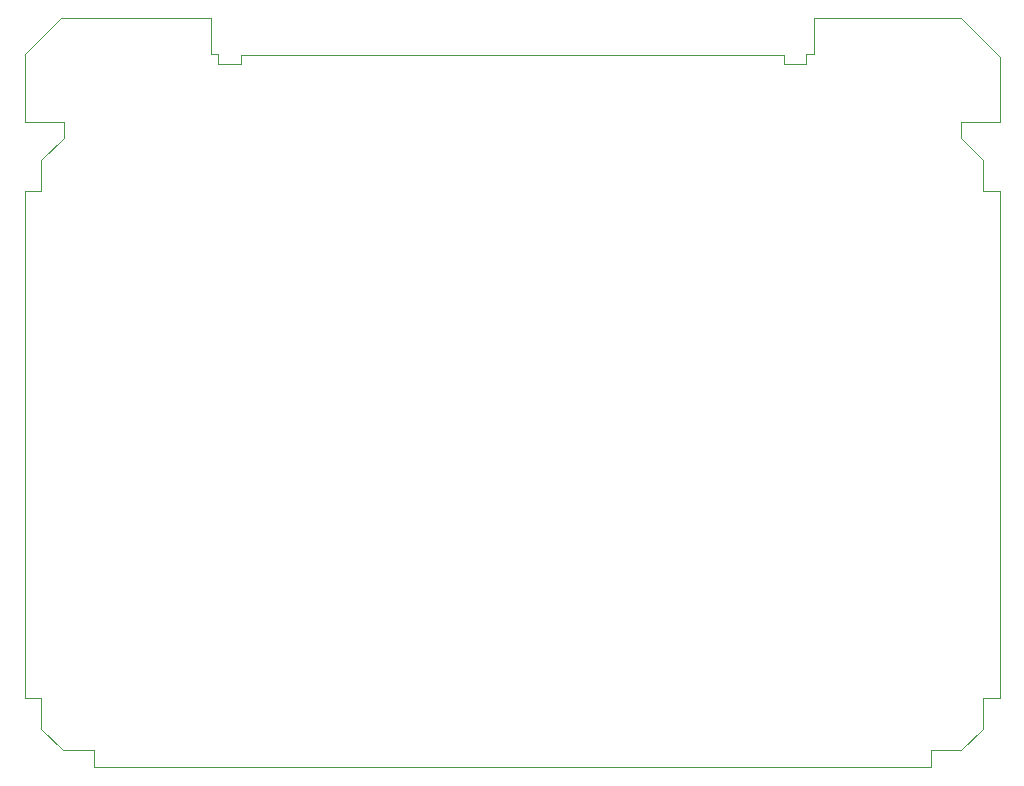
<source format=gm1>
%TF.GenerationSoftware,KiCad,Pcbnew,8.0.0*%
%TF.CreationDate,2024-02-27T09:21:41-08:00*%
%TF.ProjectId,BarnacleBoard,4261726e-6163-46c6-9542-6f6172642e6b,rev?*%
%TF.SameCoordinates,Original*%
%TF.FileFunction,Profile,NP*%
%FSLAX46Y46*%
G04 Gerber Fmt 4.6, Leading zero omitted, Abs format (unit mm)*
G04 Created by KiCad (PCBNEW 8.0.0) date 2024-02-27 09:21:41*
%MOMM*%
%LPD*%
G01*
G04 APERTURE LIST*
%TA.AperFunction,Profile*%
%ADD10C,0.050000*%
%TD*%
G04 APERTURE END LIST*
D10*
X63627000Y-181483000D02*
X63627000Y-184099200D01*
X68072000Y-185928000D02*
X68072000Y-187325000D01*
X129032000Y-127000000D02*
X129032000Y-123952000D01*
X62230000Y-138557000D02*
X62230000Y-181483000D01*
X141478000Y-134061200D02*
X141478000Y-132715000D01*
X78613000Y-127000000D02*
X77978000Y-127000000D01*
X65278000Y-123952000D02*
X62230000Y-127000000D01*
X65532000Y-134035800D02*
X63627000Y-135940800D01*
X129032000Y-123952000D02*
X141478000Y-123952000D01*
X77978000Y-123952000D02*
X65278000Y-123952000D01*
X144780000Y-127254000D02*
X144780000Y-132715000D01*
X63627000Y-184099200D02*
X65455800Y-185928000D01*
X68072000Y-187325000D02*
X138938000Y-187325000D01*
X63627000Y-138557000D02*
X62230000Y-138557000D01*
X144780000Y-138557000D02*
X143383000Y-138557000D01*
X62230000Y-181483000D02*
X63627000Y-181483000D01*
X144780000Y-181483000D02*
X144780000Y-138557000D01*
X141528800Y-185928000D02*
X143383000Y-184073800D01*
X65532000Y-132715000D02*
X62230000Y-132715000D01*
X143383000Y-181483000D02*
X144780000Y-181483000D01*
X143383000Y-184073800D02*
X143383000Y-181483000D01*
X138938000Y-185928000D02*
X141528800Y-185928000D01*
X143383000Y-138557000D02*
X143383000Y-135966200D01*
X138938000Y-187325000D02*
X138938000Y-185928000D01*
X62230000Y-127000000D02*
X62230000Y-132715000D01*
X63627000Y-138531600D02*
X63627000Y-138557000D01*
X65455800Y-185928000D02*
X68072000Y-185928000D01*
X143383000Y-135966200D02*
X141478000Y-134061200D01*
X63627000Y-135940800D02*
X63627000Y-138531600D01*
X65532000Y-134035800D02*
X65532000Y-132715000D01*
X141478000Y-123952000D02*
X144780000Y-127254000D01*
X141478000Y-132715000D02*
X144780000Y-132715000D01*
X128397000Y-127000000D02*
X129032000Y-127000000D01*
X77978000Y-127000000D02*
X77978000Y-123952000D01*
%TO.C,J1*%
X78613000Y-127000000D02*
X78613000Y-127818000D01*
X78615000Y-127818000D02*
X80515000Y-127818000D01*
X80515000Y-127018000D02*
X126495000Y-127018000D01*
X80515000Y-127818000D02*
X80515000Y-127018000D01*
X126495000Y-127818000D02*
X126495000Y-127018000D01*
X128395000Y-127818000D02*
X126495000Y-127818000D01*
X128397000Y-127000000D02*
X128397000Y-127818000D01*
%TD*%
M02*

</source>
